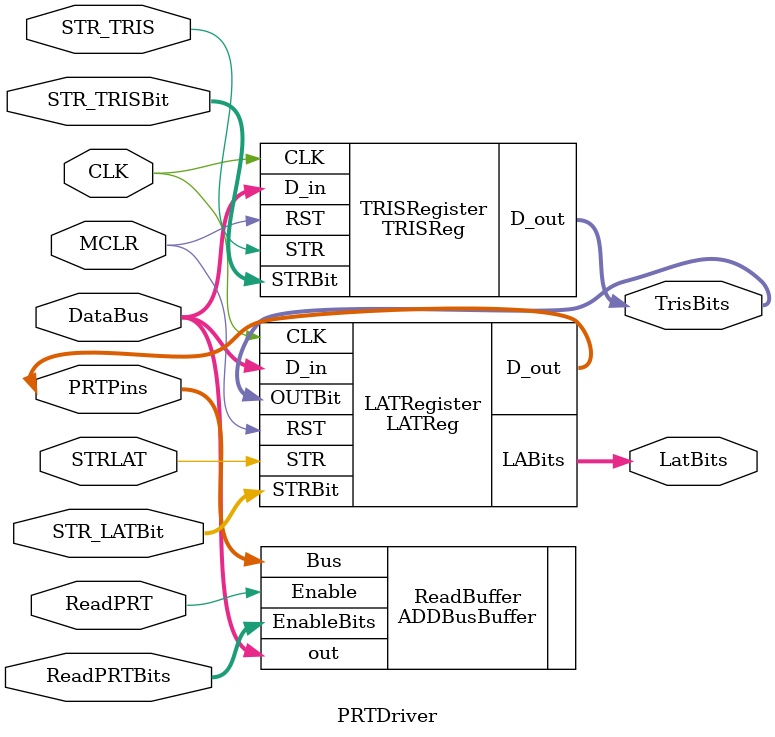
<source format=sv>


module AddSTRReg (
    input  wire [7:0] D_in,    // 8-bit data input bus
    output wire [7:0] D_out,   // Internal Q storage
    input  wire OUT,        // Output enable (active-high)
    input  wire CLK,        // Clock input
    input  wire STR,        // Store enable
    input  wire [7:0] STRBit,    
    input  wire RST        // Asynchronous reset
);

    // Internal storage for the register values

    wire [7:0] Q_internal;   // Internal Q storage
    // Instantiate 8 individual register cells for internal storage
    genvar i;
    generate
        for (i = 0; i < 8; i = i + 1) begin : reg_array
            Register reg_cell (
                .D   (D_in[i]),
                .CLK (CLK),
                .STR (STR | STRBit[i]),
                .RST (RST),
                .Q   (Q_internal[i]),
                .Qn  ()
            );
        end
    endgenerate

    // Output control with tri-state logic
    // When OUT is high, output the stored values
    // When OUT is low, outputs are high impedance (Z)
    assign D_out  = OUT ? Q_internal  : 8'bZZZZZZZZ;

endmodule



module AddOUTReg (
    input  wire [7:0] D_in,    // 8-bit data input bus
    input  wire OUT,        // Output enable (active-high)
    input  wire [7:0] OUTBit,        // Output enable (active-high)
    input  wire CLK,        // Clock input
    input  wire STR,        // Store enable
    input  wire RST,        // Asynchronous reset
    output wire [7:0] D_out    // 8-bit register output with tri-state control
);

    // Internal storage for the register values
    wire [7:0] Q_internal;   // Internal Q storage
    wire [7:0] Qn_internal;  // Internal Qn storage

    // Instantiate 8 individual register cells for internal storage
    genvar i;
    generate
        for (i = 0; i < 8; i = i + 1) begin : reg_array
            Register reg_cell (
                .D   (D_in[i]),
                .CLK (CLK),
                .STR (STR),
                .RST (RST),
                .Q   (Q_internal[i]),
                .Qn  (Qn_internal[i])
            );
        end
    endgenerate

    genvar j;
    generate
        for (j = 0; j < 8; j = j + 1) begin : output_array
            assign D_out[j] = (OUT | OUTBit[j]) ? Q_internal[j] : 1'bZ;
        end
    endgenerate

endmodule




module AddIOReg (
    input  wire [7:0] D_in,    // 8-bit data input bus
    input  wire OUT,        // Output enable (active-high)
    input  wire [7:0] OUTBit,        // Output enable (active-high)
    input  wire CLK,        // Clock input
    input  wire STR,        // Store enable
    input  wire [7:0] STRBit,    
    input  wire RST,        // Asynchronous reset
    output wire [7:0] D_out    // 8-bit register output with tri-state control
);

    // Internal storage for the register values
    wire [7:0] Q_internal;   // Internal Q storage
    wire [7:0] Qn_internal;  // Internal Qn storage

    // Instantiate 8 individual register cells for internal storage
    genvar i;
    generate
        for (i = 0; i < 8; i = i + 1) begin : reg_array
            Register reg_cell (
                .D   (D_in[i]),
                .CLK (CLK),
                .STR (STR| STRBit[i]),
                .RST (RST),
                .Q   (Q_internal[i]),
                .Qn  (Qn_internal[i])
            );
        end
    endgenerate

    genvar j;
    generate
        for (j = 0; j < 8; j = j + 1) begin : output_array
            assign D_out[j] = (OUT | OUTBit[j]) ? Q_internal[j] : 1'bZ;
        end
    endgenerate

endmodule


//Outputs based on bits from TRIS register
module LATReg (
    input  wire [7:0] D_in,    // 8-bit data input bus
    input  wire [7:0] OUTBit,        // Output enable (active-high)
    input  wire CLK,        // Clock input
    input  wire STR,        // Store enable
    input  wire [7:0] STRBit,    
    input  wire RST,        // Asynchronous reset
    output wire [7:0] D_out,    // 8-bit register output with tri-state control
    output wire [7:0] LABits
);


    // Instantiate 8 individual register cells for internal storage
    genvar i;
    generate
        for (i = 0; i < 8; i = i + 1) begin : reg_array
            Register reg_cell (
                .D   (D_in[i]),
                .CLK (CLK),
                .STR (STR| STRBit[i]),
                .RST (RST),
                .Q   (LABits[i]),
                .Qn  ()
            );
        end
    endgenerate

    genvar j;
    generate
        for (j = 0; j < 8; j = j + 1) begin : output_array
            assign D_out[j] = OUTBit[j] ? LABits[j] : 1'bZ;
        end
    endgenerate

endmodule

module TRISReg (
    input  wire [7:0] D_in,    // 8-bit data input bus
    output wire [7:0] D_out,   // Internal Q storage
    input  wire CLK,        // Clock input
    input  wire STR,        // Store enable
    input  wire [7:0] STRBit,    
    input  wire RST        // Asynchronous reset
);

    // Internal storage for the register values

    // Instantiate 8 individual register cells for internal storage
    genvar i;
    generate
        for (i = 0; i < 8; i = i + 1) begin : reg_array
            Register reg_cell (
                .D   (D_in[i]),
                .CLK (CLK),
                .STR (STR | STRBit[i]),
                .RST (RST),
                .Q   (D_out[i]),
                .Qn  ()
            );
        end
    endgenerate


endmodule

module PRTDriver (
    inout  wire [7:0] DataBus,    // 8-bit data input bus    
    input  wire CLK,        // Clock input
    input wire MCLR,
    
    input  wire STR_TRIS,        
    input  wire [7:0] STR_TRISBit,    
    input  wire STRLAT,        
    input  wire [7:0] STR_LATBit,    
    
    input  wire ReadPRT,        // Store enable
    input  wire [7:0] ReadPRTBits,   
    
    inout wire [7:0] PRTPins,  
     
    
    //Debug
    output wire [7:0] TrisBits,
    output wire [7:0] LatBits
    
);

    
    
    TRISReg TRISRegister(
    .D_in(DataBus),    // 8-bit data input bus
    .D_out(TrisBits),   // Internal Q storage
    .CLK(CLK),        // Clock input
    .STR(STR_TRIS),        // Store enable    
    .STRBit(STR_TRISBit),    
    .RST(MCLR)        // Asynchronous reset   
    );
    
    LATReg LATRegister(
    .D_in(DataBus),    // 8-bit data input bus
    .OUTBit(TrisBits),        // Output enable (active-high)
    .CLK(CLK),        // Clock input
    .STR(STRLAT),        // Store enable
    .STRBit(STR_LATBit),    
    .RST(MCLR),        // Asynchronous reset
    .LABits(LatBits),
    .D_out(PRTPins)    // 8-bit register output with tri-state control
    );
    
    ADDBusBuffer ReadBuffer(   
        .Bus(PRTPins),    // Input bus
        .Enable(ReadPRT), // Enable signal (active-high)
        .EnableBits(ReadPRTBits), // Enable signal (active-high)
        .out(DataBus)     // Output bus (tri-state)
    );


endmodule 
</source>
